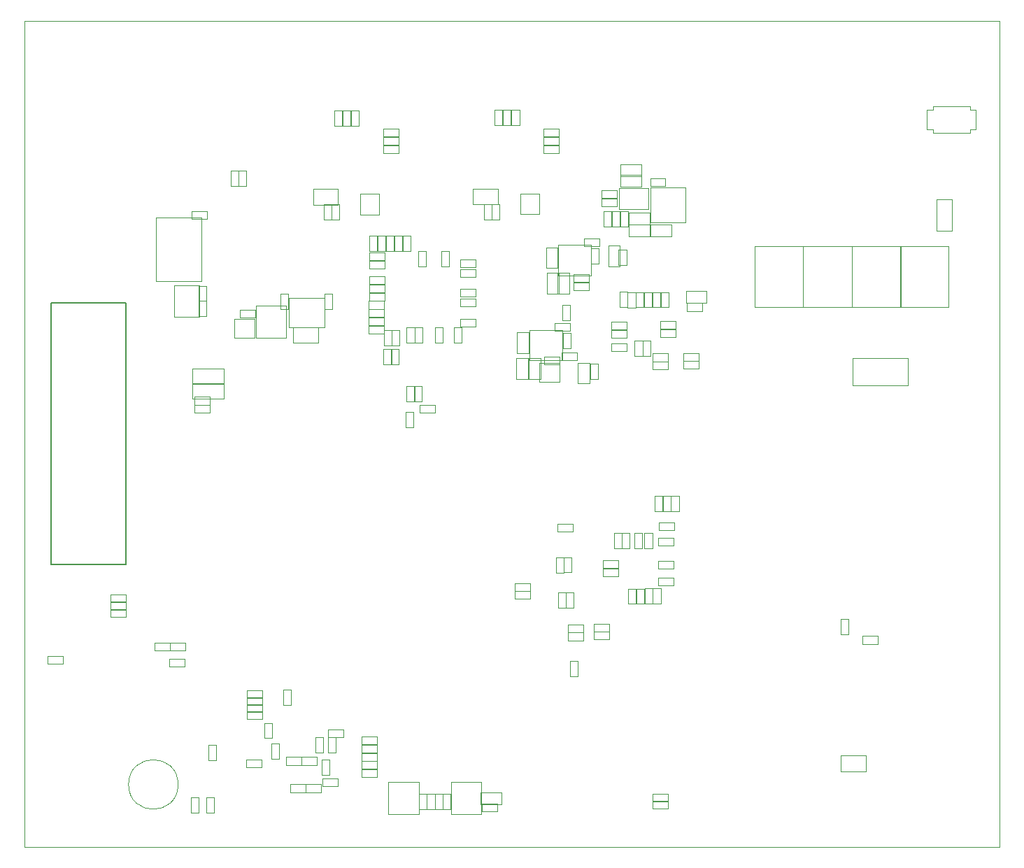
<source format=gbr>
%TF.GenerationSoftware,KiCad,Pcbnew,5.1.9+dfsg1-1*%
%TF.CreationDate,2022-05-16T11:40:41+02:00*%
%TF.ProjectId,kria-k26-devboard,6b726961-2d6b-4323-962d-646576626f61,rev?*%
%TF.SameCoordinates,Original*%
%TF.FileFunction,Other,User*%
%FSLAX46Y46*%
G04 Gerber Fmt 4.6, Leading zero omitted, Abs format (unit mm)*
G04 Created by KiCad (PCBNEW 5.1.9+dfsg1-1) date 2022-05-16 11:40:41 commit 4dd4612*
%MOMM*%
%LPD*%
G01*
G04 APERTURE LIST*
%TA.AperFunction,Profile*%
%ADD10C,0.100000*%
%TD*%
%ADD11C,0.050000*%
%ADD12C,0.120000*%
%ADD13C,0.100000*%
%ADD14C,0.150000*%
G04 APERTURE END LIST*
D10*
X74000000Y-152000000D02*
X74000000Y-52000000D01*
X74000000Y-52000000D02*
X192000000Y-52000000D01*
X192000000Y-52000000D02*
X192000000Y-152000000D01*
X192000000Y-152000000D02*
X74000000Y-152000000D01*
D11*
%TO.C,R154*%
X180880000Y-92800000D02*
X174220000Y-92800000D01*
X180880000Y-96100000D02*
X180880000Y-92800000D01*
X174220000Y-96100000D02*
X180880000Y-96100000D01*
X174220000Y-92800000D02*
X174220000Y-96100000D01*
%TO.C,R117*%
X184370000Y-77400000D02*
X186230000Y-77400000D01*
X184370000Y-73600000D02*
X186230000Y-73600000D01*
X186230000Y-77400000D02*
X186230000Y-73600000D01*
X184370000Y-77400000D02*
X184370000Y-73600000D01*
%TO.C,C185*%
X146265000Y-72110000D02*
X146125000Y-72110000D01*
X146265000Y-70690000D02*
X146125000Y-70690000D01*
X148485000Y-70690000D02*
X148625000Y-70690000D01*
X148485000Y-72110000D02*
X148625000Y-72110000D01*
X148485000Y-70690000D02*
X146265000Y-70690000D01*
X146125000Y-70690000D02*
X146125000Y-72110000D01*
X146265000Y-72110000D02*
X148485000Y-72110000D01*
X148625000Y-72110000D02*
X148625000Y-70690000D01*
D12*
%TO.C,U47*%
X149475000Y-74830000D02*
X149475000Y-72237000D01*
X149475000Y-74830000D02*
X145885000Y-74830000D01*
X145885000Y-74820000D02*
X145885000Y-72237000D01*
X145885000Y-72237000D02*
X149475000Y-72237000D01*
D11*
%TO.C,R123*%
X147033351Y-76924239D02*
X147033351Y-75064239D01*
X146093351Y-76924239D02*
X147033351Y-76924239D01*
X146093351Y-75064239D02*
X146093351Y-76924239D01*
X147033351Y-75064239D02*
X146093351Y-75064239D01*
%TO.C,R122*%
X145093352Y-75064239D02*
X145093352Y-76924239D01*
X146033352Y-75064239D02*
X145093352Y-75064239D01*
X146033352Y-76924239D02*
X146033352Y-75064239D01*
X145093352Y-76924239D02*
X146033352Y-76924239D01*
%TO.C,C187*%
X143795000Y-73470000D02*
X145655000Y-73470000D01*
X143795000Y-72530000D02*
X143795000Y-73470000D01*
X145655000Y-72530000D02*
X143795000Y-72530000D01*
X145655000Y-73470000D02*
X145655000Y-72530000D01*
%TO.C,C195*%
X152135000Y-76690000D02*
X152275000Y-76690000D01*
X152135000Y-78110000D02*
X152275000Y-78110000D01*
X149915000Y-78110000D02*
X149775000Y-78110000D01*
X149915000Y-76690000D02*
X149775000Y-76690000D01*
X149915000Y-78110000D02*
X152135000Y-78110000D01*
X152275000Y-78110000D02*
X152275000Y-76690000D01*
X152135000Y-76690000D02*
X149915000Y-76690000D01*
X149775000Y-76690000D02*
X149775000Y-78110000D01*
%TO.C,C199*%
X147265000Y-76660000D02*
X147125000Y-76660000D01*
X147265000Y-75240000D02*
X147125000Y-75240000D01*
X149485000Y-75240000D02*
X149625000Y-75240000D01*
X149485000Y-76660000D02*
X149625000Y-76660000D01*
X149485000Y-75240000D02*
X147265000Y-75240000D01*
X147125000Y-75240000D02*
X147125000Y-76660000D01*
X147265000Y-76660000D02*
X149485000Y-76660000D01*
X149625000Y-76660000D02*
X149625000Y-75240000D01*
%TO.C,C197*%
X147265000Y-78110000D02*
X147125000Y-78110000D01*
X147265000Y-76690000D02*
X147125000Y-76690000D01*
X149485000Y-76690000D02*
X149625000Y-76690000D01*
X149485000Y-78110000D02*
X149625000Y-78110000D01*
X149485000Y-76690000D02*
X147265000Y-76690000D01*
X147125000Y-76690000D02*
X147125000Y-78110000D01*
X147265000Y-78110000D02*
X149485000Y-78110000D01*
X149625000Y-78110000D02*
X149625000Y-76690000D01*
D13*
%TO.C,L1*%
X149775000Y-76400000D02*
X149775000Y-72200000D01*
X153975000Y-72200000D02*
X153975000Y-76400000D01*
X153975000Y-76400000D02*
X149775000Y-76400000D01*
X149775000Y-72200000D02*
X153975000Y-72200000D01*
D11*
%TO.C,C183*%
X146240000Y-70810000D02*
X146100000Y-70810000D01*
X146240000Y-69390000D02*
X146100000Y-69390000D01*
X148460000Y-69390000D02*
X148600000Y-69390000D01*
X148460000Y-70810000D02*
X148600000Y-70810000D01*
X148460000Y-69390000D02*
X146240000Y-69390000D01*
X146100000Y-69390000D02*
X146100000Y-70810000D01*
X146240000Y-70810000D02*
X148460000Y-70810000D01*
X148600000Y-70810000D02*
X148600000Y-69390000D01*
%TO.C,C193*%
X145033352Y-76924239D02*
X145033352Y-75064239D01*
X144093352Y-76924239D02*
X145033352Y-76924239D01*
X144093352Y-75064239D02*
X144093352Y-76924239D01*
X145033352Y-75064239D02*
X144093352Y-75064239D01*
%TO.C,C191*%
X149695000Y-72020000D02*
X151555000Y-72020000D01*
X149695000Y-71080000D02*
X149695000Y-72020000D01*
X151555000Y-71080000D02*
X149695000Y-71080000D01*
X151555000Y-72020000D02*
X151555000Y-71080000D01*
%TO.C,C189*%
X143795000Y-74470000D02*
X145655000Y-74470000D01*
X143795000Y-73530000D02*
X143795000Y-74470000D01*
X145655000Y-73530000D02*
X143795000Y-73530000D01*
X145655000Y-74470000D02*
X145655000Y-73530000D01*
%TO.C,R119*%
X172755000Y-124420000D02*
X172755000Y-126280000D01*
X173695000Y-124420000D02*
X172755000Y-124420000D01*
X173695000Y-126280000D02*
X173695000Y-124420000D01*
X172755000Y-126280000D02*
X173695000Y-126280000D01*
%TO.C,R120*%
X175360000Y-127420000D02*
X177220000Y-127420000D01*
X175360000Y-126480000D02*
X175360000Y-127420000D01*
X177220000Y-126480000D02*
X175360000Y-126480000D01*
X177220000Y-127420000D02*
X177220000Y-126480000D01*
%TO.C,R127*%
X139080000Y-86420000D02*
X139080000Y-88280000D01*
X140020000Y-86420000D02*
X139080000Y-86420000D01*
X140020000Y-88280000D02*
X140020000Y-86420000D01*
X139080000Y-88280000D02*
X140020000Y-88280000D01*
%TO.C,R37*%
X103970000Y-138845000D02*
X103970000Y-136985000D01*
X103030000Y-138845000D02*
X103970000Y-138845000D01*
X103030000Y-136985000D02*
X103030000Y-138845000D01*
X103970000Y-136985000D02*
X103030000Y-136985000D01*
%TO.C,U14*%
X172800000Y-142850000D02*
X175800000Y-142850000D01*
X172800000Y-140950000D02*
X172800000Y-142850000D01*
X175800000Y-140950000D02*
X172800000Y-140950000D01*
X175800000Y-142850000D02*
X175800000Y-140950000D01*
%TO.C,U28*%
X111900000Y-72350000D02*
X108900000Y-72350000D01*
X111900000Y-74250000D02*
X111900000Y-72350000D01*
X108900000Y-74250000D02*
X111900000Y-74250000D01*
X108900000Y-72350000D02*
X108900000Y-74250000D01*
%TO.C,U22*%
X131250000Y-72300000D02*
X128250000Y-72300000D01*
X131250000Y-74200000D02*
X131250000Y-72300000D01*
X128250000Y-74200000D02*
X131250000Y-74200000D01*
X128250000Y-72300000D02*
X128250000Y-74200000D01*
%TO.C,C92*%
X156030000Y-86180000D02*
X154170000Y-86180000D01*
X156030000Y-87120000D02*
X156030000Y-86180000D01*
X154170000Y-87120000D02*
X156030000Y-87120000D01*
X154170000Y-86180000D02*
X154170000Y-87120000D01*
%TO.C,C102*%
X147920000Y-86695000D02*
X147920000Y-84835000D01*
X146980000Y-86695000D02*
X147920000Y-86695000D01*
X146980000Y-84835000D02*
X146980000Y-86695000D01*
X147920000Y-84835000D02*
X146980000Y-84835000D01*
%TO.C,C79*%
X112090000Y-74208000D02*
X111150000Y-74208000D01*
X111150000Y-74208000D02*
X111150000Y-76068000D01*
X111150000Y-76068000D02*
X112090000Y-76068000D01*
X112090000Y-76068000D02*
X112090000Y-74208000D01*
%TO.C,C78*%
X111145000Y-76063000D02*
X111145000Y-74203000D01*
X110205000Y-76063000D02*
X111145000Y-76063000D01*
X110205000Y-74203000D02*
X110205000Y-76063000D01*
X111145000Y-74203000D02*
X110205000Y-74203000D01*
%TO.C,D25*%
X188422900Y-65156500D02*
X189130900Y-65156500D01*
X188422900Y-65550200D02*
X188422900Y-65156500D01*
X183927100Y-65550200D02*
X188422900Y-65550200D01*
X183927100Y-65156500D02*
X183927100Y-65550200D01*
X183219100Y-65156500D02*
X183927100Y-65156500D01*
X183219100Y-62743500D02*
X183219100Y-65156500D01*
X183927100Y-62743500D02*
X183219100Y-62743500D01*
X183927100Y-62349800D02*
X183927100Y-62743500D01*
X188422900Y-62349800D02*
X183927100Y-62349800D01*
X188422900Y-62743500D02*
X188422900Y-62349800D01*
X189130900Y-62743500D02*
X188422900Y-62743500D01*
X189130900Y-65156500D02*
X189130900Y-62743500D01*
X183927100Y-65550200D02*
X188422900Y-65550200D01*
X183927100Y-65156500D02*
X183927100Y-65550200D01*
X183927100Y-62349800D02*
X183927100Y-62743500D01*
X188422900Y-62349800D02*
X183927100Y-62349800D01*
X188422900Y-62743500D02*
X188422900Y-62349800D01*
X188422900Y-65550200D02*
X188422900Y-65156500D01*
X188422900Y-65156500D02*
X189130900Y-65156500D01*
X183219100Y-65156500D02*
X183927100Y-65156500D01*
X183219100Y-62743500D02*
X183219100Y-65156500D01*
X183927100Y-62743500D02*
X183219100Y-62743500D01*
X189130900Y-62743500D02*
X188422900Y-62743500D01*
X189130900Y-65156500D02*
X189130900Y-62743500D01*
%TO.C,C179*%
X174125000Y-79250000D02*
X174125000Y-86650000D01*
X180025000Y-79250000D02*
X174125000Y-79250000D01*
X180025000Y-86650000D02*
X180025000Y-79250000D01*
X174125000Y-86650000D02*
X180025000Y-86650000D01*
%TO.C,C178*%
X179925000Y-79250000D02*
X179925000Y-86650000D01*
X185825000Y-79250000D02*
X179925000Y-79250000D01*
X185825000Y-86650000D02*
X185825000Y-79250000D01*
X179925000Y-86650000D02*
X185825000Y-86650000D01*
%TO.C,C177*%
X168225000Y-79250000D02*
X168225000Y-86650000D01*
X174125000Y-79250000D02*
X168225000Y-79250000D01*
X174125000Y-86650000D02*
X174125000Y-79250000D01*
X168225000Y-86650000D02*
X174125000Y-86650000D01*
%TO.C,C176*%
X162325000Y-79250000D02*
X162325000Y-86650000D01*
X168225000Y-79250000D02*
X162325000Y-79250000D01*
X168225000Y-86650000D02*
X168225000Y-79250000D01*
X162325000Y-86650000D02*
X168225000Y-86650000D01*
D14*
%TO.C,J3*%
X77200000Y-86150000D02*
X86200000Y-86150000D01*
X86200000Y-86150000D02*
X86200000Y-117850000D01*
X86200000Y-117850000D02*
X77200000Y-117850000D01*
X77200000Y-117850000D02*
X77200000Y-86150000D01*
D11*
%TO.C,R62*%
X126720000Y-85350000D02*
X128580000Y-85350000D01*
X126720000Y-84410000D02*
X126720000Y-85350000D01*
X128580000Y-84410000D02*
X126720000Y-84410000D01*
X128580000Y-85350000D02*
X128580000Y-84410000D01*
%TO.C,R2*%
X100770000Y-72030000D02*
X100770000Y-70170000D01*
X99830000Y-72030000D02*
X100770000Y-72030000D01*
X99830000Y-70170000D02*
X99830000Y-72030000D01*
X100770000Y-70170000D02*
X99830000Y-70170000D01*
%TO.C,R1*%
X151859289Y-146417868D02*
X149999289Y-146417868D01*
X151859289Y-147357868D02*
X151859289Y-146417868D01*
X149999289Y-147357868D02*
X151859289Y-147357868D01*
X149999289Y-146417868D02*
X149999289Y-147357868D01*
%TO.C,C2*%
X99870000Y-72030000D02*
X99870000Y-70170000D01*
X98930000Y-72030000D02*
X99870000Y-72030000D01*
X98930000Y-70170000D02*
X98930000Y-72030000D01*
X99870000Y-70170000D02*
X98930000Y-70170000D01*
%TO.C,C1*%
X151859289Y-145567867D02*
X149999289Y-145567867D01*
X151859289Y-146507867D02*
X151859289Y-145567867D01*
X149999289Y-146507867D02*
X151859289Y-146507867D01*
X149999289Y-145567867D02*
X149999289Y-146507867D01*
%TO.C,C91*%
X144625965Y-79360911D02*
X144625965Y-79220911D01*
X146045965Y-79360911D02*
X146045965Y-79220911D01*
X146045965Y-81580911D02*
X146045965Y-81720911D01*
X144625965Y-81580911D02*
X144625965Y-81720911D01*
X146045965Y-81580911D02*
X146045965Y-79360911D01*
X146045965Y-79220911D02*
X144625965Y-79220911D01*
X144625965Y-79360911D02*
X144625965Y-81580911D01*
X144625965Y-81720911D02*
X146045965Y-81720911D01*
%TO.C,C93*%
X145880000Y-79695000D02*
X145880000Y-81555000D01*
X146820000Y-79695000D02*
X145880000Y-79695000D01*
X146820000Y-81555000D02*
X146820000Y-79695000D01*
X145880000Y-81555000D02*
X146820000Y-81555000D01*
%TO.C,C94*%
X146825911Y-88430000D02*
X144965911Y-88430000D01*
X146825911Y-89370000D02*
X146825911Y-88430000D01*
X144965911Y-89370000D02*
X146825911Y-89370000D01*
X144965911Y-88430000D02*
X144965911Y-89370000D01*
%TO.C,C95*%
X147830000Y-90684035D02*
X147830000Y-92544035D01*
X148770000Y-90684035D02*
X147830000Y-90684035D01*
X148770000Y-92544035D02*
X148770000Y-90684035D01*
X147830000Y-92544035D02*
X148770000Y-92544035D01*
%TO.C,C96*%
X150920000Y-90270000D02*
X152780000Y-90270000D01*
X150920000Y-89330000D02*
X150920000Y-90270000D01*
X152780000Y-89330000D02*
X150920000Y-89330000D01*
X152780000Y-90270000D02*
X152780000Y-89330000D01*
%TO.C,C97*%
X146920000Y-86680000D02*
X146920000Y-84820000D01*
X145980000Y-86680000D02*
X146920000Y-86680000D01*
X145980000Y-84820000D02*
X145980000Y-86680000D01*
X146920000Y-84820000D02*
X145980000Y-84820000D01*
%TO.C,C98*%
X150920000Y-86692385D02*
X150920000Y-84832385D01*
X149980000Y-86692385D02*
X150920000Y-86692385D01*
X149980000Y-84832385D02*
X149980000Y-86692385D01*
X150920000Y-84832385D02*
X149980000Y-84832385D01*
%TO.C,C99*%
X146818373Y-89430000D02*
X144958373Y-89430000D01*
X146818373Y-90370000D02*
X146818373Y-89430000D01*
X144958373Y-90370000D02*
X146818373Y-90370000D01*
X144958373Y-89430000D02*
X144958373Y-90370000D01*
%TO.C,C103*%
X151920000Y-86692385D02*
X151920000Y-84832385D01*
X150980000Y-86692385D02*
X151920000Y-86692385D01*
X150980000Y-84832385D02*
X150980000Y-86692385D01*
X151920000Y-84832385D02*
X150980000Y-84832385D01*
%TO.C,C105*%
X149920000Y-86692385D02*
X149920000Y-84832385D01*
X148980000Y-86692385D02*
X149920000Y-86692385D01*
X148980000Y-84832385D02*
X148980000Y-86692385D01*
X149920000Y-84832385D02*
X148980000Y-84832385D01*
%TO.C,C109*%
X148920000Y-86692385D02*
X148920000Y-84832385D01*
X147980000Y-86692385D02*
X148920000Y-86692385D01*
X147980000Y-84832385D02*
X147980000Y-86692385D01*
X148920000Y-84832385D02*
X147980000Y-84832385D01*
%TO.C,C110*%
X146875910Y-91044035D02*
X145015910Y-91044035D01*
X146875910Y-91984035D02*
X146875910Y-91044035D01*
X145015910Y-91984035D02*
X146875910Y-91984035D01*
X145015910Y-91044035D02*
X145015910Y-91984035D01*
%TO.C,C111*%
X148775911Y-90684035D02*
X148775911Y-92544035D01*
X149715911Y-90684035D02*
X148775911Y-90684035D01*
X149715911Y-92544035D02*
X149715911Y-90684035D01*
X148775911Y-92544035D02*
X149715911Y-92544035D01*
%TO.C,C112*%
X150915911Y-89284035D02*
X152775911Y-89284035D01*
X150915911Y-88344035D02*
X150915911Y-89284035D01*
X152775911Y-88344035D02*
X150915911Y-88344035D01*
X152775911Y-89284035D02*
X152775911Y-88344035D01*
%TO.C,C113*%
X143359035Y-95334089D02*
X143359035Y-93474089D01*
X142419035Y-95334089D02*
X143359035Y-95334089D01*
X142419035Y-93474089D02*
X142419035Y-95334089D01*
X143359035Y-93474089D02*
X142419035Y-93474089D01*
%TO.C,C114*%
X142364035Y-95779089D02*
X142364035Y-95919089D01*
X140944035Y-95779089D02*
X140944035Y-95919089D01*
X140944035Y-93559089D02*
X140944035Y-93419089D01*
X142364035Y-93559089D02*
X142364035Y-93419089D01*
X140944035Y-93559089D02*
X140944035Y-95779089D01*
X140944035Y-95919089D02*
X142364035Y-95919089D01*
X142364035Y-95779089D02*
X142364035Y-93559089D01*
X142364035Y-93419089D02*
X140944035Y-93419089D01*
%TO.C,C202*%
X138510000Y-81785001D02*
X138510000Y-81925001D01*
X137090000Y-81785001D02*
X137090000Y-81925001D01*
X137090000Y-79565001D02*
X137090000Y-79425001D01*
X138510000Y-79565001D02*
X138510000Y-79425001D01*
X137090000Y-79565001D02*
X137090000Y-81785001D01*
X137090000Y-81925001D02*
X138510000Y-81925001D01*
X138510000Y-81785001D02*
X138510000Y-79565001D01*
X138510000Y-79425001D02*
X137090000Y-79425001D01*
%TO.C,C207*%
X142245000Y-82670000D02*
X140385000Y-82670000D01*
X142245000Y-83610000D02*
X142245000Y-82670000D01*
X140385000Y-83610000D02*
X142245000Y-83610000D01*
X140385000Y-82670000D02*
X140385000Y-83610000D01*
%TO.C,C212*%
X138610000Y-84860000D02*
X138610000Y-85000000D01*
X137190000Y-84860000D02*
X137190000Y-85000000D01*
X137190000Y-82640000D02*
X137190000Y-82500000D01*
X138610000Y-82640000D02*
X138610000Y-82500000D01*
X137190000Y-82640000D02*
X137190000Y-84860000D01*
X137190000Y-85000000D02*
X138610000Y-85000000D01*
X138610000Y-84860000D02*
X138610000Y-82640000D01*
X138610000Y-82500000D02*
X137190000Y-82500000D01*
%TO.C,C44*%
X126730000Y-86590000D02*
X128590000Y-86590000D01*
X126730000Y-85650000D02*
X126730000Y-86590000D01*
X128590000Y-85650000D02*
X126730000Y-85650000D01*
X128590000Y-86590000D02*
X128590000Y-85650000D01*
%TO.C,C50*%
X120670000Y-79875000D02*
X120670000Y-78015000D01*
X119730000Y-79875000D02*
X120670000Y-79875000D01*
X119730000Y-78015000D02*
X119730000Y-79875000D01*
X120670000Y-78015000D02*
X119730000Y-78015000D01*
%TO.C,C48*%
X126736942Y-82994862D02*
X128596942Y-82994862D01*
X126736942Y-82054862D02*
X126736942Y-82994862D01*
X128596942Y-82054862D02*
X126736942Y-82054862D01*
X128596942Y-82994862D02*
X128596942Y-82054862D01*
%TO.C,C58*%
X117586942Y-80030000D02*
X115726942Y-80030000D01*
X117586942Y-80970000D02*
X117586942Y-80030000D01*
X115726942Y-80970000D02*
X117586942Y-80970000D01*
X115726942Y-80030000D02*
X115726942Y-80970000D01*
%TO.C,C60*%
X125376941Y-81730000D02*
X125376941Y-79870000D01*
X124436941Y-81730000D02*
X125376941Y-81730000D01*
X124436941Y-79870000D02*
X124436941Y-81730000D01*
X125376941Y-79870000D02*
X124436941Y-79870000D01*
%TO.C,C62*%
X117536942Y-82930000D02*
X115676942Y-82930000D01*
X117536942Y-83870000D02*
X117536942Y-82930000D01*
X115676942Y-83870000D02*
X117536942Y-83870000D01*
X115676942Y-82930000D02*
X115676942Y-83870000D01*
%TO.C,C41*%
X122595000Y-81730000D02*
X122595000Y-79870000D01*
X121655000Y-81730000D02*
X122595000Y-81730000D01*
X121655000Y-79870000D02*
X121655000Y-81730000D01*
X122595000Y-79870000D02*
X121655000Y-79870000D01*
%TO.C,C45*%
X117586942Y-81030000D02*
X115726942Y-81030000D01*
X117586942Y-81970000D02*
X117586942Y-81030000D01*
X115726942Y-81970000D02*
X117586942Y-81970000D01*
X115726942Y-81030000D02*
X115726942Y-81970000D01*
%TO.C,C49*%
X117480000Y-89420000D02*
X117480000Y-91280000D01*
X118420000Y-89420000D02*
X117480000Y-89420000D01*
X118420000Y-91280000D02*
X118420000Y-89420000D01*
X117480000Y-91280000D02*
X118420000Y-91280000D01*
%TO.C,C57*%
X120230000Y-89070000D02*
X120230000Y-90930000D01*
X121170000Y-89070000D02*
X120230000Y-89070000D01*
X121170000Y-90930000D02*
X121170000Y-89070000D01*
X120230000Y-90930000D02*
X121170000Y-90930000D01*
%TO.C,C80*%
X120130000Y-99358999D02*
X120130000Y-101218999D01*
X121070000Y-99358999D02*
X120130000Y-99358999D01*
X121070000Y-101218999D02*
X121070000Y-99358999D01*
X120130000Y-101218999D02*
X121070000Y-101218999D01*
%TO.C,C83*%
X121819000Y-99474000D02*
X123679000Y-99474000D01*
X121819000Y-98534000D02*
X121819000Y-99474000D01*
X123679000Y-98534000D02*
X121819000Y-98534000D01*
X123679000Y-99474000D02*
X123679000Y-98534000D01*
%TO.C,C86*%
X121169000Y-98074000D02*
X121169000Y-96214000D01*
X120229000Y-98074000D02*
X121169000Y-98074000D01*
X120229000Y-96214000D02*
X120229000Y-98074000D01*
X121169000Y-96214000D02*
X120229000Y-96214000D01*
%TO.C,C89*%
X122069000Y-98084000D02*
X122069000Y-96224000D01*
X121129000Y-98084000D02*
X122069000Y-98084000D01*
X121129000Y-96224000D02*
X121129000Y-98084000D01*
X122069000Y-96224000D02*
X121129000Y-96224000D01*
%TO.C,C66*%
X130495000Y-76035000D02*
X130495000Y-74175000D01*
X129555000Y-76035000D02*
X130495000Y-76035000D01*
X129555000Y-74175000D02*
X129555000Y-76035000D01*
X130495000Y-74175000D02*
X129555000Y-74175000D01*
%TO.C,C67*%
X131445000Y-76035000D02*
X131445000Y-74175000D01*
X130505000Y-76035000D02*
X131445000Y-76035000D01*
X130505000Y-74175000D02*
X130505000Y-76035000D01*
X131445000Y-74175000D02*
X130505000Y-74175000D01*
%TO.C,C233*%
X135155000Y-121030000D02*
X133295000Y-121030000D01*
X135155000Y-121970000D02*
X135155000Y-121030000D01*
X133295000Y-121970000D02*
X135155000Y-121970000D01*
X133295000Y-121030000D02*
X133295000Y-121970000D01*
%TO.C,C234*%
X135155000Y-120080000D02*
X133295000Y-120080000D01*
X135155000Y-121020000D02*
X135155000Y-120080000D01*
X133295000Y-121020000D02*
X135155000Y-121020000D01*
X133295000Y-120080000D02*
X133295000Y-121020000D01*
%TO.C,C3*%
X95030000Y-85870000D02*
X95030000Y-87730000D01*
X95970000Y-85870000D02*
X95030000Y-85870000D01*
X95970000Y-87730000D02*
X95970000Y-85870000D01*
X95030000Y-87730000D02*
X95970000Y-87730000D01*
%TO.C,C4*%
X95030000Y-84070000D02*
X95030000Y-85930000D01*
X95970000Y-84070000D02*
X95030000Y-84070000D01*
X95970000Y-85930000D02*
X95970000Y-84070000D01*
X95030000Y-85930000D02*
X95970000Y-85930000D01*
%TO.C,C5*%
X96030000Y-75030000D02*
X94170000Y-75030000D01*
X96030000Y-75970000D02*
X96030000Y-75030000D01*
X94170000Y-75970000D02*
X96030000Y-75970000D01*
X94170000Y-75030000D02*
X94170000Y-75970000D01*
%TO.C,C119*%
X94300000Y-94070000D02*
X98100000Y-94070000D01*
X94300000Y-95930000D02*
X98100000Y-95930000D01*
X98100000Y-94070000D02*
X98100000Y-95930000D01*
X94300000Y-94070000D02*
X94300000Y-95930000D01*
%TO.C,C120*%
X94315000Y-95855000D02*
X98115000Y-95855000D01*
X94315000Y-97715000D02*
X98115000Y-97715000D01*
X98115000Y-95855000D02*
X98115000Y-97715000D01*
X94315000Y-95855000D02*
X94315000Y-97715000D01*
%TO.C,C121*%
X96430000Y-98530000D02*
X94570000Y-98530000D01*
X96430000Y-99470000D02*
X96430000Y-98530000D01*
X94570000Y-99470000D02*
X96430000Y-99470000D01*
X94570000Y-98530000D02*
X94570000Y-99470000D01*
%TO.C,C122*%
X96430000Y-97530000D02*
X94570000Y-97530000D01*
X96430000Y-98470000D02*
X96430000Y-97530000D01*
X94570000Y-98470000D02*
X96430000Y-98470000D01*
X94570000Y-97530000D02*
X94570000Y-98470000D01*
%TO.C,C129*%
X93430000Y-127305000D02*
X91570000Y-127305000D01*
X93430000Y-128245000D02*
X93430000Y-127305000D01*
X91570000Y-128245000D02*
X93430000Y-128245000D01*
X91570000Y-127305000D02*
X91570000Y-128245000D01*
%TO.C,C19*%
X131180000Y-146730000D02*
X129320000Y-146730000D01*
X131180000Y-147670000D02*
X131180000Y-146730000D01*
X129320000Y-147670000D02*
X131180000Y-147670000D01*
X129320000Y-146730000D02*
X129320000Y-147670000D01*
%TO.C,C20*%
X131560000Y-145440000D02*
X131700000Y-145440000D01*
X131560000Y-146860000D02*
X131700000Y-146860000D01*
X129340000Y-146860000D02*
X129200000Y-146860000D01*
X129340000Y-145440000D02*
X129200000Y-145440000D01*
X129340000Y-146860000D02*
X131560000Y-146860000D01*
X131700000Y-146860000D02*
X131700000Y-145440000D01*
X131560000Y-145440000D02*
X129340000Y-145440000D01*
X129200000Y-145440000D02*
X129200000Y-146860000D01*
%TO.C,C17*%
X124570000Y-147465000D02*
X124570000Y-145605000D01*
X123630000Y-147465000D02*
X124570000Y-147465000D01*
X123630000Y-145605000D02*
X123630000Y-147465000D01*
X124570000Y-145605000D02*
X123630000Y-145605000D01*
%TO.C,C18*%
X124580000Y-145620000D02*
X124580000Y-147480000D01*
X125520000Y-145620000D02*
X124580000Y-145620000D01*
X125520000Y-147480000D02*
X125520000Y-145620000D01*
X124580000Y-147480000D02*
X125520000Y-147480000D01*
%TO.C,C134*%
X105655000Y-142070000D02*
X107515000Y-142070000D01*
X105655000Y-141130000D02*
X105655000Y-142070000D01*
X107515000Y-141130000D02*
X105655000Y-141130000D01*
X107515000Y-142070000D02*
X107515000Y-141130000D01*
%TO.C,C131*%
X102680000Y-141430000D02*
X100820000Y-141430000D01*
X102680000Y-142370000D02*
X102680000Y-141430000D01*
X100820000Y-142370000D02*
X102680000Y-142370000D01*
X100820000Y-141430000D02*
X100820000Y-142370000D01*
%TO.C,C130*%
X97195000Y-141505001D02*
X97195000Y-139645001D01*
X96255000Y-141505001D02*
X97195000Y-141505001D01*
X96255000Y-139645001D02*
X96255000Y-141505001D01*
X97195000Y-139645001D02*
X96255000Y-139645001D01*
%TO.C,C135*%
X95980000Y-146020000D02*
X95980000Y-147880000D01*
X96920000Y-146020000D02*
X95980000Y-146020000D01*
X96920000Y-147880000D02*
X96920000Y-146020000D01*
X95980000Y-147880000D02*
X96920000Y-147880000D01*
%TO.C,C136*%
X109380000Y-141130000D02*
X107520000Y-141130000D01*
X109380000Y-142070000D02*
X109380000Y-141130000D01*
X107520000Y-142070000D02*
X109380000Y-142070000D01*
X107520000Y-141130000D02*
X107520000Y-142070000D01*
%TO.C,C132*%
X103880000Y-139495000D02*
X103880000Y-141355000D01*
X104820000Y-139495000D02*
X103880000Y-139495000D01*
X104820000Y-141355000D02*
X104820000Y-139495000D01*
X103880000Y-141355000D02*
X104820000Y-141355000D01*
%TO.C,C140*%
X143950000Y-119270000D02*
X145810000Y-119270000D01*
X143950000Y-118330000D02*
X143950000Y-119270000D01*
X145810000Y-118330000D02*
X143950000Y-118330000D01*
X145810000Y-119270000D02*
X145810000Y-118330000D01*
%TO.C,C142*%
X148970000Y-122590000D02*
X148970000Y-120730000D01*
X148030000Y-122590000D02*
X148970000Y-122590000D01*
X148030000Y-120730000D02*
X148030000Y-122590000D01*
X148970000Y-120730000D02*
X148030000Y-120730000D01*
%TO.C,C141*%
X143950000Y-118270000D02*
X145810000Y-118270000D01*
X143950000Y-117330000D02*
X143950000Y-118270000D01*
X145810000Y-117330000D02*
X143950000Y-117330000D01*
X145810000Y-118270000D02*
X145810000Y-117330000D01*
%TO.C,C144*%
X152510000Y-119390000D02*
X150650000Y-119390000D01*
X152510000Y-120330000D02*
X152510000Y-119390000D01*
X150650000Y-120330000D02*
X152510000Y-120330000D01*
X150650000Y-119390000D02*
X150650000Y-120330000D01*
%TO.C,C143*%
X147970000Y-122590000D02*
X147970000Y-120730000D01*
X147030000Y-122590000D02*
X147970000Y-122590000D01*
X147030000Y-120730000D02*
X147030000Y-122590000D01*
X147970000Y-120730000D02*
X147030000Y-120730000D01*
%TO.C,C146*%
X152510000Y-114590000D02*
X150650000Y-114590000D01*
X152510000Y-115530000D02*
X152510000Y-114590000D01*
X150650000Y-115530000D02*
X152510000Y-115530000D01*
X150650000Y-114590000D02*
X150650000Y-115530000D01*
%TO.C,C145*%
X152510000Y-117390000D02*
X150650000Y-117390000D01*
X152510000Y-118330000D02*
X152510000Y-117390000D01*
X150650000Y-118330000D02*
X152510000Y-118330000D01*
X150650000Y-117390000D02*
X150650000Y-118330000D01*
%TO.C,C147*%
X145360000Y-114005000D02*
X145360000Y-115865000D01*
X146300000Y-114005000D02*
X145360000Y-114005000D01*
X146300000Y-115865000D02*
X146300000Y-114005000D01*
X145360000Y-115865000D02*
X146300000Y-115865000D01*
%TO.C,C148*%
X146260000Y-114005000D02*
X146260000Y-115865000D01*
X147200000Y-114005000D02*
X146260000Y-114005000D01*
X147200000Y-115865000D02*
X147200000Y-114005000D01*
X146260000Y-115865000D02*
X147200000Y-115865000D01*
%TO.C,C149*%
X149970000Y-122530000D02*
X149970000Y-120670000D01*
X149030000Y-122530000D02*
X149970000Y-122530000D01*
X149030000Y-120670000D02*
X149030000Y-122530000D01*
X149970000Y-120670000D02*
X149030000Y-120670000D01*
%TO.C,C150*%
X150755000Y-113670000D02*
X152615000Y-113670000D01*
X150755000Y-112730000D02*
X150755000Y-113670000D01*
X152615000Y-112730000D02*
X150755000Y-112730000D01*
X152615000Y-113670000D02*
X152615000Y-112730000D01*
%TO.C,C151*%
X150970000Y-122530000D02*
X150970000Y-120670000D01*
X150030000Y-122530000D02*
X150970000Y-122530000D01*
X150030000Y-120670000D02*
X150030000Y-122530000D01*
X150970000Y-120670000D02*
X150030000Y-120670000D01*
%TO.C,C152*%
X149009999Y-114015000D02*
X149009999Y-115875000D01*
X149949999Y-114015000D02*
X149009999Y-114015000D01*
X149949999Y-115875000D02*
X149949999Y-114015000D01*
X149009999Y-115875000D02*
X149949999Y-115875000D01*
%TO.C,C157*%
X140300389Y-112887609D02*
X138440389Y-112887609D01*
X140300389Y-113827609D02*
X140300389Y-112887609D01*
X138440389Y-113827609D02*
X140300389Y-113827609D01*
X138440389Y-112887609D02*
X138440389Y-113827609D01*
%TO.C,C126*%
X105940000Y-85520000D02*
X105940000Y-89080000D01*
X110260000Y-85520000D02*
X105940000Y-85520000D01*
X110260000Y-89080000D02*
X110260000Y-85520000D01*
X105940000Y-89080000D02*
X110260000Y-89080000D01*
%TO.C,C162*%
X139455000Y-121170000D02*
X139455000Y-123030000D01*
X140395000Y-121170000D02*
X139455000Y-121170000D01*
X140395000Y-123030000D02*
X140395000Y-121170000D01*
X139455000Y-123030000D02*
X140395000Y-123030000D01*
%TO.C,C163*%
X139205000Y-116920000D02*
X139205000Y-118780000D01*
X140145000Y-116920000D02*
X139205000Y-116920000D01*
X140145000Y-118780000D02*
X140145000Y-116920000D01*
X139205000Y-118780000D02*
X140145000Y-118780000D01*
%TO.C,C168*%
X138555000Y-121170000D02*
X138555000Y-123030000D01*
X139495000Y-121170000D02*
X138555000Y-121170000D01*
X139495000Y-123030000D02*
X139495000Y-121170000D01*
X138555000Y-123030000D02*
X139495000Y-123030000D01*
%TO.C,C169*%
X138305000Y-116935000D02*
X138305000Y-118795000D01*
X139245000Y-116935000D02*
X138305000Y-116935000D01*
X139245000Y-118795000D02*
X139245000Y-116935000D01*
X138305000Y-118795000D02*
X139245000Y-118795000D01*
%TO.C,C161*%
X76770000Y-129870000D02*
X78630000Y-129870000D01*
X76770000Y-128930000D02*
X76770000Y-129870000D01*
X78630000Y-128930000D02*
X76770000Y-128930000D01*
X78630000Y-129870000D02*
X78630000Y-128930000D01*
%TO.C,C33*%
X100920000Y-134820000D02*
X102780000Y-134820000D01*
X100920000Y-133880000D02*
X100920000Y-134820000D01*
X102780000Y-133880000D02*
X100920000Y-133880000D01*
X102780000Y-134820000D02*
X102780000Y-133880000D01*
%TO.C,C34*%
X106220000Y-134830000D02*
X106220000Y-132970000D01*
X105280000Y-134830000D02*
X106220000Y-134830000D01*
X105280000Y-132970000D02*
X105280000Y-134830000D01*
X106220000Y-132970000D02*
X105280000Y-132970000D01*
%TO.C,C137*%
X106145000Y-145370000D02*
X108005000Y-145370000D01*
X106145000Y-144430000D02*
X106145000Y-145370000D01*
X108005000Y-144430000D02*
X106145000Y-144430000D01*
X108005000Y-145370000D02*
X108005000Y-144430000D01*
%TO.C,C138*%
X109880000Y-144430000D02*
X108020000Y-144430000D01*
X109880000Y-145370000D02*
X109880000Y-144430000D01*
X108020000Y-145370000D02*
X109880000Y-145370000D01*
X108020000Y-144430000D02*
X108020000Y-145370000D01*
%TO.C,C155*%
X152170000Y-111405000D02*
X152170000Y-109545000D01*
X151230000Y-111405000D02*
X152170000Y-111405000D01*
X151230000Y-109545000D02*
X151230000Y-111405000D01*
X152170000Y-109545000D02*
X151230000Y-109545000D01*
%TO.C,D3*%
X106500000Y-89125000D02*
X106500000Y-90975000D01*
X109500000Y-89125000D02*
X106500000Y-89125000D01*
X109500000Y-90975000D02*
X109500000Y-89125000D01*
X106500000Y-90975000D02*
X109500000Y-90975000D01*
%TO.C,FB1*%
X104980000Y-85070000D02*
X104980000Y-86930000D01*
X105920000Y-85070000D02*
X104980000Y-85070000D01*
X105920000Y-86930000D02*
X105920000Y-85070000D01*
X104980000Y-86930000D02*
X105920000Y-86930000D01*
%TO.C,FB2*%
X110280000Y-85070000D02*
X110280000Y-86930000D01*
X111220000Y-85070000D02*
X110280000Y-85070000D01*
X111220000Y-86930000D02*
X111220000Y-85070000D01*
X110280000Y-86930000D02*
X111220000Y-86930000D01*
%TO.C,Q1*%
X121675000Y-148000000D02*
X121675000Y-144100000D01*
X121675000Y-144100000D02*
X118025000Y-144100000D01*
X118025000Y-148000000D02*
X118025000Y-144100000D01*
X118025000Y-148000000D02*
X121675000Y-148000000D01*
%TO.C,Q2*%
X129275000Y-148000000D02*
X129275000Y-144100000D01*
X129275000Y-144100000D02*
X125625000Y-144100000D01*
X125625000Y-148000000D02*
X125625000Y-144100000D01*
X125625000Y-148000000D02*
X129275000Y-148000000D01*
%TO.C,Q6*%
X105625000Y-90350000D02*
X105625000Y-86450000D01*
X105625000Y-86450000D02*
X101975000Y-86450000D01*
X101975000Y-90350000D02*
X101975000Y-86450000D01*
X101975000Y-90350000D02*
X105625000Y-90350000D01*
%TO.C,R69*%
X153685255Y-94120000D02*
X155545255Y-94120000D01*
X153685255Y-93180000D02*
X153685255Y-94120000D01*
X155545255Y-93180000D02*
X153685255Y-93180000D01*
X155545255Y-94120000D02*
X155545255Y-93180000D01*
%TO.C,R70*%
X155559289Y-92205000D02*
X153699289Y-92205000D01*
X155559289Y-93145000D02*
X155559289Y-92205000D01*
X153699289Y-93145000D02*
X155559289Y-93145000D01*
X153699289Y-92205000D02*
X153699289Y-93145000D01*
%TO.C,R16*%
X123620000Y-147480000D02*
X123620000Y-145620000D01*
X122680000Y-147480000D02*
X123620000Y-147480000D01*
X122680000Y-145620000D02*
X122680000Y-147480000D01*
X123620000Y-145620000D02*
X122680000Y-145620000D01*
%TO.C,R133*%
X142555000Y-79545000D02*
X142555000Y-81405000D01*
X143495000Y-79545000D02*
X142555000Y-79545000D01*
X143495000Y-81405000D02*
X143495000Y-79545000D01*
X142555000Y-81405000D02*
X143495000Y-81405000D01*
%TO.C,R134*%
X141670000Y-79270000D02*
X143530000Y-79270000D01*
X141670000Y-78330000D02*
X141670000Y-79270000D01*
X143530000Y-78330000D02*
X141670000Y-78330000D01*
X143530000Y-79270000D02*
X143530000Y-78330000D01*
%TO.C,R17*%
X122670000Y-147480000D02*
X122670000Y-145620000D01*
X121730000Y-147480000D02*
X122670000Y-147480000D01*
X121730000Y-145620000D02*
X121730000Y-147480000D01*
X122670000Y-145620000D02*
X121730000Y-145620000D01*
%TO.C,R92*%
X111670000Y-140595000D02*
X111670000Y-138735000D01*
X110730000Y-140595000D02*
X111670000Y-140595000D01*
X110730000Y-138735000D02*
X110730000Y-140595000D01*
X111670000Y-138735000D02*
X110730000Y-138735000D01*
%TO.C,R94*%
X112580000Y-137780000D02*
X110720000Y-137780000D01*
X112580000Y-138720000D02*
X112580000Y-137780000D01*
X110720000Y-138720000D02*
X112580000Y-138720000D01*
X110720000Y-137780000D02*
X110720000Y-138720000D01*
%TO.C,R102*%
X147780000Y-114015000D02*
X147780000Y-115875000D01*
X148720000Y-114015000D02*
X147780000Y-114015000D01*
X148720000Y-115875000D02*
X148720000Y-114015000D01*
X147780000Y-115875000D02*
X148720000Y-115875000D01*
%TO.C,R67*%
X149955000Y-93220000D02*
X151815000Y-93220000D01*
X149955000Y-92280000D02*
X149955000Y-93220000D01*
X151815000Y-92280000D02*
X149955000Y-92280000D01*
X151815000Y-93220000D02*
X151815000Y-92280000D01*
%TO.C,R68*%
X151830000Y-93230000D02*
X149970000Y-93230000D01*
X151830000Y-94170000D02*
X151830000Y-93230000D01*
X149970000Y-94170000D02*
X151830000Y-94170000D01*
X149970000Y-93230000D02*
X149970000Y-94170000D01*
%TO.C,R89*%
X110120000Y-140595000D02*
X110120000Y-138735000D01*
X109180000Y-140595000D02*
X110120000Y-140595000D01*
X109180000Y-138735000D02*
X109180000Y-140595000D01*
X110120000Y-138735000D02*
X109180000Y-138735000D01*
%TO.C,R87*%
X109930000Y-141470000D02*
X109930000Y-143330000D01*
X110870000Y-141470000D02*
X109930000Y-141470000D01*
X110870000Y-143330000D02*
X110870000Y-141470000D01*
X109930000Y-143330000D02*
X110870000Y-143330000D01*
%TO.C,R83*%
X100070000Y-87920000D02*
X101930000Y-87920000D01*
X100070000Y-86980000D02*
X100070000Y-87920000D01*
X101930000Y-86980000D02*
X100070000Y-86980000D01*
X101930000Y-87920000D02*
X101930000Y-86980000D01*
%TO.C,R33*%
X102780000Y-133030000D02*
X100920000Y-133030000D01*
X102780000Y-133970000D02*
X102780000Y-133030000D01*
X100920000Y-133970000D02*
X102780000Y-133970000D01*
X100920000Y-133030000D02*
X100920000Y-133970000D01*
%TO.C,R34*%
X102780000Y-134730000D02*
X100920000Y-134730000D01*
X102780000Y-135670000D02*
X102780000Y-134730000D01*
X100920000Y-135670000D02*
X102780000Y-135670000D01*
X100920000Y-134730000D02*
X100920000Y-135670000D01*
%TO.C,R35*%
X102780000Y-135580000D02*
X100920000Y-135580000D01*
X102780000Y-136520000D02*
X102780000Y-135580000D01*
X100920000Y-136520000D02*
X102780000Y-136520000D01*
X100920000Y-135580000D02*
X100920000Y-136520000D01*
%TO.C,R86*%
X95045000Y-147890000D02*
X95045000Y-146030000D01*
X94105000Y-147890000D02*
X95045000Y-147890000D01*
X94105000Y-146030000D02*
X94105000Y-147890000D01*
X95045000Y-146030000D02*
X94105000Y-146030000D01*
%TO.C,R88*%
X110020000Y-144670000D02*
X111880000Y-144670000D01*
X110020000Y-143730000D02*
X110020000Y-144670000D01*
X111880000Y-143730000D02*
X110020000Y-143730000D01*
X111880000Y-144670000D02*
X111880000Y-143730000D01*
%TO.C,R128*%
X140385000Y-84660000D02*
X142245000Y-84660000D01*
X140385000Y-83720000D02*
X140385000Y-84660000D01*
X142245000Y-83720000D02*
X140385000Y-83720000D01*
X142245000Y-84660000D02*
X142245000Y-83720000D01*
%TO.C,SP1*%
X92556999Y-144443500D02*
G75*
G03*
X92556999Y-144443500I-3000000J0D01*
G01*
%TO.C,U50*%
X138524999Y-82800001D02*
X138524999Y-79150001D01*
X142524999Y-82800001D02*
X138524999Y-82800001D01*
X142524999Y-79150001D02*
X142524999Y-82800001D01*
X142524999Y-79150001D02*
X138524999Y-79150001D01*
%TO.C,U2*%
X95350000Y-83550000D02*
X89850000Y-83550000D01*
X89850000Y-83550000D02*
X89850000Y-75850000D01*
X89850000Y-75850000D02*
X95350000Y-75850000D01*
X95350000Y-75850000D02*
X95350000Y-83550000D01*
%TO.C,U27*%
X114570000Y-72960000D02*
X114570000Y-75460000D01*
X114570000Y-75460000D02*
X116870000Y-75460000D01*
X116870000Y-75460000D02*
X116870000Y-72960000D01*
X116870000Y-72960000D02*
X114570000Y-72960000D01*
%TO.C,U20*%
X133953449Y-72921573D02*
X133953449Y-75421573D01*
X133953449Y-75421573D02*
X136253449Y-75421573D01*
X136253449Y-75421573D02*
X136253449Y-72921573D01*
X136253449Y-72921573D02*
X133953449Y-72921573D01*
%TO.C,C29*%
X86230000Y-121430000D02*
X84370000Y-121430000D01*
X86230000Y-122370000D02*
X86230000Y-121430000D01*
X84370000Y-122370000D02*
X86230000Y-122370000D01*
X84370000Y-121430000D02*
X84370000Y-122370000D01*
%TO.C,R23*%
X84370000Y-123270000D02*
X86230000Y-123270000D01*
X84370000Y-122330000D02*
X84370000Y-123270000D01*
X86230000Y-122330000D02*
X84370000Y-122330000D01*
X86230000Y-123270000D02*
X86230000Y-122330000D01*
%TO.C,R24*%
X84370000Y-124170000D02*
X86230000Y-124170000D01*
X84370000Y-123230000D02*
X84370000Y-124170000D01*
X86230000Y-123230000D02*
X84370000Y-123230000D01*
X86230000Y-124170000D02*
X86230000Y-123230000D01*
%TO.C,U1*%
X92100000Y-87800000D02*
X92100000Y-84000000D01*
X95100000Y-87800000D02*
X95100000Y-84000000D01*
X95100000Y-84000000D02*
X92100000Y-84000000D01*
X95100000Y-87800000D02*
X92100000Y-87800000D01*
%TO.C,C158*%
X153170000Y-111405000D02*
X153170000Y-109545000D01*
X152230000Y-111405000D02*
X153170000Y-111405000D01*
X152230000Y-109545000D02*
X152230000Y-111405000D01*
X153170000Y-109545000D02*
X152230000Y-109545000D01*
%TO.C,C159*%
X151170000Y-111405000D02*
X151170000Y-109545000D01*
X150230000Y-111405000D02*
X151170000Y-111405000D01*
X150230000Y-109545000D02*
X150230000Y-111405000D01*
X151170000Y-109545000D02*
X150230000Y-109545000D01*
%TO.C,R96*%
X114770000Y-141570000D02*
X116630000Y-141570000D01*
X114770000Y-140630000D02*
X114770000Y-141570000D01*
X116630000Y-140630000D02*
X114770000Y-140630000D01*
X116630000Y-141570000D02*
X116630000Y-140630000D01*
%TO.C,R95*%
X114770000Y-139570000D02*
X116630000Y-139570000D01*
X114770000Y-138630000D02*
X114770000Y-139570000D01*
X116630000Y-138630000D02*
X114770000Y-138630000D01*
X116630000Y-139570000D02*
X116630000Y-138630000D01*
%TO.C,R90*%
X114755000Y-140570000D02*
X116615000Y-140570000D01*
X114755000Y-139630000D02*
X114755000Y-140570000D01*
X116615000Y-139630000D02*
X114755000Y-139630000D01*
X116615000Y-140570000D02*
X116615000Y-139630000D01*
%TO.C,R93*%
X114770000Y-143570000D02*
X116630000Y-143570000D01*
X114770000Y-142630000D02*
X114770000Y-143570000D01*
X116630000Y-142630000D02*
X114770000Y-142630000D01*
X116630000Y-143570000D02*
X116630000Y-142630000D01*
%TO.C,R91*%
X114770000Y-142570000D02*
X116630000Y-142570000D01*
X114770000Y-141630000D02*
X114770000Y-142570000D01*
X116630000Y-141630000D02*
X114770000Y-141630000D01*
X116630000Y-142570000D02*
X116630000Y-141630000D01*
%TO.C,C127*%
X93380000Y-129205000D02*
X91520000Y-129205000D01*
X93380000Y-130145000D02*
X93380000Y-129205000D01*
X91520000Y-130145000D02*
X93380000Y-130145000D01*
X91520000Y-129205000D02*
X91520000Y-130145000D01*
%TO.C,C128*%
X89670000Y-128245000D02*
X91530000Y-128245000D01*
X89670000Y-127305000D02*
X89670000Y-128245000D01*
X91530000Y-127305000D02*
X89670000Y-127305000D01*
X91530000Y-128245000D02*
X91530000Y-127305000D01*
%TO.C,C90*%
X156410000Y-84690000D02*
X156550000Y-84690000D01*
X156410000Y-86110000D02*
X156550000Y-86110000D01*
X154190000Y-86110000D02*
X154050000Y-86110000D01*
X154190000Y-84690000D02*
X154050000Y-84690000D01*
X154190000Y-86110000D02*
X156410000Y-86110000D01*
X156550000Y-86110000D02*
X156550000Y-84690000D01*
X156410000Y-84690000D02*
X154190000Y-84690000D01*
X154050000Y-84690000D02*
X154050000Y-86110000D01*
%TO.C,C43*%
X117486942Y-85930000D02*
X115626942Y-85930000D01*
X117486942Y-86870000D02*
X117486942Y-85930000D01*
X115626942Y-86870000D02*
X117486942Y-86870000D01*
X115626942Y-85930000D02*
X115626942Y-86870000D01*
%TO.C,C47*%
X118430000Y-89420000D02*
X118430000Y-91280000D01*
X119370000Y-89420000D02*
X118430000Y-89420000D01*
X119370000Y-91280000D02*
X119370000Y-89420000D01*
X118430000Y-91280000D02*
X119370000Y-91280000D01*
%TO.C,C51*%
X121230000Y-89070000D02*
X121230000Y-90930000D01*
X122170000Y-89070000D02*
X121230000Y-89070000D01*
X122170000Y-90930000D02*
X122170000Y-89070000D01*
X121230000Y-90930000D02*
X122170000Y-90930000D01*
%TO.C,C59*%
X125930000Y-89070000D02*
X125930000Y-90930000D01*
X126870000Y-89070000D02*
X125930000Y-89070000D01*
X126870000Y-90930000D02*
X126870000Y-89070000D01*
X125930000Y-90930000D02*
X126870000Y-90930000D01*
%TO.C,C61*%
X123630000Y-89070000D02*
X123630000Y-90930000D01*
X124570000Y-89070000D02*
X123630000Y-89070000D01*
X124570000Y-90930000D02*
X124570000Y-89070000D01*
X123630000Y-90930000D02*
X124570000Y-90930000D01*
%TO.C,R38*%
X117430000Y-91770000D02*
X117430000Y-93630000D01*
X118370000Y-91770000D02*
X117430000Y-91770000D01*
X118370000Y-93630000D02*
X118370000Y-91770000D01*
X117430000Y-93630000D02*
X118370000Y-93630000D01*
%TO.C,R39*%
X119270000Y-93630000D02*
X119270000Y-91770000D01*
X118330000Y-93630000D02*
X119270000Y-93630000D01*
X118330000Y-91770000D02*
X118330000Y-93630000D01*
X119270000Y-91770000D02*
X118330000Y-91770000D01*
%TO.C,R41*%
X115626942Y-87870000D02*
X117486942Y-87870000D01*
X115626942Y-86930000D02*
X115626942Y-87870000D01*
X117486942Y-86930000D02*
X115626942Y-86930000D01*
X117486942Y-87870000D02*
X117486942Y-86930000D01*
%TO.C,R43*%
X115626942Y-88870000D02*
X117486942Y-88870000D01*
X115626942Y-87930000D02*
X115626942Y-88870000D01*
X117486942Y-87930000D02*
X115626942Y-87930000D01*
X117486942Y-88870000D02*
X117486942Y-87930000D01*
%TO.C,R45*%
X115626942Y-89870000D02*
X117486942Y-89870000D01*
X115626942Y-88930000D02*
X115626942Y-89870000D01*
X117486942Y-88930000D02*
X115626942Y-88930000D01*
X117486942Y-89870000D02*
X117486942Y-88930000D01*
%TO.C,R46*%
X115676942Y-84870000D02*
X117536942Y-84870000D01*
X115676942Y-83930000D02*
X115676942Y-84870000D01*
X117536942Y-83930000D02*
X115676942Y-83930000D01*
X117536942Y-84870000D02*
X117536942Y-83930000D01*
%TO.C,R48*%
X115676943Y-85870000D02*
X117536943Y-85870000D01*
X115676943Y-84930000D02*
X115676943Y-85870000D01*
X117536943Y-84930000D02*
X115676943Y-84930000D01*
X117536943Y-85870000D02*
X117536943Y-84930000D01*
%TO.C,R49*%
X128596942Y-80854860D02*
X126736942Y-80854860D01*
X128596942Y-81794860D02*
X128596942Y-80854860D01*
X126736942Y-81794860D02*
X128596942Y-81794860D01*
X126736942Y-80854860D02*
X126736942Y-81794860D01*
%TO.C,R53*%
X118730000Y-78015000D02*
X118730000Y-79875000D01*
X119670000Y-78015000D02*
X118730000Y-78015000D01*
X119670000Y-79875000D02*
X119670000Y-78015000D01*
X118730000Y-79875000D02*
X119670000Y-79875000D01*
%TO.C,R55*%
X117730000Y-78015000D02*
X117730000Y-79875000D01*
X118670000Y-78015000D02*
X117730000Y-78015000D01*
X118670000Y-79875000D02*
X118670000Y-78015000D01*
X117730000Y-79875000D02*
X118670000Y-79875000D01*
%TO.C,R57*%
X116730000Y-78015000D02*
X116730000Y-79875000D01*
X117670000Y-78015000D02*
X116730000Y-78015000D01*
X117670000Y-79875000D02*
X117670000Y-78015000D01*
X116730000Y-79875000D02*
X117670000Y-79875000D01*
%TO.C,R59*%
X115730000Y-78015000D02*
X115730000Y-79875000D01*
X116670000Y-78015000D02*
X115730000Y-78015000D01*
X116670000Y-79875000D02*
X116670000Y-78015000D01*
X115730000Y-79875000D02*
X116670000Y-79875000D01*
%TO.C,R60*%
X128596943Y-88080000D02*
X126736943Y-88080000D01*
X128596943Y-89020000D02*
X128596943Y-88080000D01*
X126736943Y-89020000D02*
X128596943Y-89020000D01*
X126736943Y-88080000D02*
X126736943Y-89020000D01*
%TO.C,Q7*%
X99400000Y-90350000D02*
X101800000Y-90350000D01*
X101800000Y-90350000D02*
X101800000Y-88050000D01*
X101800000Y-88050000D02*
X99400000Y-88050000D01*
X99400000Y-88050000D02*
X99400000Y-90350000D01*
%TO.C,C72*%
X131905736Y-62811421D02*
X131905736Y-64671421D01*
X132845736Y-62811421D02*
X131905736Y-62811421D01*
X132845736Y-64671421D02*
X132845736Y-62811421D01*
X131905736Y-64671421D02*
X132845736Y-64671421D01*
%TO.C,C70*%
X138680000Y-66080000D02*
X136820000Y-66080000D01*
X138680000Y-67020000D02*
X138680000Y-66080000D01*
X136820000Y-67020000D02*
X138680000Y-67020000D01*
X136820000Y-66080000D02*
X136820000Y-67020000D01*
%TO.C,C73*%
X132930000Y-62811421D02*
X132930000Y-64671421D01*
X133870000Y-62811421D02*
X132930000Y-62811421D01*
X133870000Y-64671421D02*
X133870000Y-62811421D01*
X132930000Y-64671421D02*
X133870000Y-64671421D01*
%TO.C,C71*%
X138680000Y-65080000D02*
X136820000Y-65080000D01*
X138680000Y-66020000D02*
X138680000Y-65080000D01*
X136820000Y-66020000D02*
X138680000Y-66020000D01*
X136820000Y-65080000D02*
X136820000Y-66020000D01*
%TO.C,C75*%
X130880000Y-62811421D02*
X130880000Y-64671421D01*
X131820000Y-62811421D02*
X130880000Y-62811421D01*
X131820000Y-64671421D02*
X131820000Y-62811421D01*
X130880000Y-64671421D02*
X131820000Y-64671421D01*
%TO.C,C74*%
X138680000Y-67080000D02*
X136820000Y-67080000D01*
X138680000Y-68020000D02*
X138680000Y-67080000D01*
X136820000Y-68020000D02*
X138680000Y-68020000D01*
X136820000Y-67080000D02*
X136820000Y-68020000D01*
%TO.C,C81*%
X111480000Y-62870000D02*
X111480000Y-64730000D01*
X112420000Y-62870000D02*
X111480000Y-62870000D01*
X112420000Y-64730000D02*
X112420000Y-62870000D01*
X111480000Y-64730000D02*
X112420000Y-64730000D01*
%TO.C,C82*%
X119280000Y-65080000D02*
X117420000Y-65080000D01*
X119280000Y-66020000D02*
X119280000Y-65080000D01*
X117420000Y-66020000D02*
X119280000Y-66020000D01*
X117420000Y-65080000D02*
X117420000Y-66020000D01*
%TO.C,C84*%
X113480000Y-62870000D02*
X113480000Y-64730000D01*
X114420000Y-62870000D02*
X113480000Y-62870000D01*
X114420000Y-64730000D02*
X114420000Y-62870000D01*
X113480000Y-64730000D02*
X114420000Y-64730000D01*
%TO.C,C85*%
X119280000Y-66080001D02*
X117420000Y-66080001D01*
X119280000Y-67020001D02*
X119280000Y-66080001D01*
X117420000Y-67020001D02*
X119280000Y-67020001D01*
X117420000Y-66080001D02*
X117420000Y-67020001D01*
%TO.C,C87*%
X112480000Y-62870000D02*
X112480000Y-64730000D01*
X113420000Y-62870000D02*
X112480000Y-62870000D01*
X113420000Y-64730000D02*
X113420000Y-62870000D01*
X112480000Y-64730000D02*
X113420000Y-64730000D01*
%TO.C,C88*%
X119280000Y-67080000D02*
X117420000Y-67080000D01*
X119280000Y-68020000D02*
X119280000Y-67080000D01*
X117420000Y-68020000D02*
X119280000Y-68020000D01*
X117420000Y-67080000D02*
X117420000Y-68020000D01*
%TO.C,C164*%
X142914687Y-125954674D02*
X144774687Y-125954674D01*
X142914687Y-125014674D02*
X142914687Y-125954674D01*
X144774687Y-125014674D02*
X142914687Y-125014674D01*
X144774687Y-125954674D02*
X144774687Y-125014674D01*
%TO.C,C165*%
X139741787Y-126994767D02*
X141601787Y-126994767D01*
X139741787Y-126054767D02*
X139741787Y-126994767D01*
X141601787Y-126054767D02*
X139741787Y-126054767D01*
X141601787Y-126994767D02*
X141601787Y-126054767D01*
%TO.C,C167*%
X139735609Y-126046598D02*
X141595609Y-126046598D01*
X139735609Y-125106598D02*
X139735609Y-126046598D01*
X141595609Y-125106598D02*
X139735609Y-125106598D01*
X141595609Y-126046598D02*
X141595609Y-125106598D01*
%TO.C,C166*%
X142914687Y-126873913D02*
X144774687Y-126873913D01*
X142914687Y-125933913D02*
X142914687Y-126873913D01*
X144774687Y-125933913D02*
X142914687Y-125933913D01*
X144774687Y-126873913D02*
X144774687Y-125933913D01*
%TO.C,C170*%
X140001787Y-129476137D02*
X140001787Y-131336137D01*
X140941787Y-129476137D02*
X140001787Y-129476137D01*
X140941787Y-131336137D02*
X140941787Y-129476137D01*
X140001787Y-131336137D02*
X140941787Y-131336137D01*
%TO.C,L4*%
X139910000Y-84860001D02*
X139910000Y-85000001D01*
X138490000Y-84860001D02*
X138490000Y-85000001D01*
X138490000Y-82640001D02*
X138490000Y-82500001D01*
X139910000Y-82640001D02*
X139910000Y-82500001D01*
X138490000Y-82640001D02*
X138490000Y-84860001D01*
X138490000Y-85000001D02*
X139910000Y-85000001D01*
X139910000Y-84860001D02*
X139910000Y-82640001D01*
X139910000Y-82500001D02*
X138490000Y-82500001D01*
%TO.C,L7*%
X136410000Y-95210000D02*
X136410000Y-95350000D01*
X134990000Y-95210000D02*
X134990000Y-95350000D01*
X134990000Y-92990000D02*
X134990000Y-92850000D01*
X136410000Y-92990000D02*
X136410000Y-92850000D01*
X134990000Y-92990000D02*
X134990000Y-95210000D01*
X134990000Y-95350000D02*
X136410000Y-95350000D01*
X136410000Y-95210000D02*
X136410000Y-92990000D01*
X136410000Y-92850000D02*
X134990000Y-92850000D01*
%TO.C,Q14*%
X136300000Y-95750000D02*
X138700000Y-95750000D01*
X138700000Y-95750000D02*
X138700000Y-93450000D01*
X138700000Y-93450000D02*
X136300000Y-93450000D01*
X136300000Y-93450000D02*
X136300000Y-95750000D01*
%TO.C,R139*%
X139130000Y-89819999D02*
X139130000Y-91679999D01*
X140070000Y-89819999D02*
X139130000Y-89819999D01*
X140070000Y-91679999D02*
X140070000Y-89819999D01*
X139130000Y-91679999D02*
X140070000Y-91679999D01*
%TO.C,C215*%
X134910000Y-95210000D02*
X134910000Y-95350000D01*
X133490000Y-95210000D02*
X133490000Y-95350000D01*
X133490000Y-92990000D02*
X133490000Y-92850000D01*
X134910000Y-92990000D02*
X134910000Y-92850000D01*
X133490000Y-92990000D02*
X133490000Y-95210000D01*
X133490000Y-95350000D02*
X134910000Y-95350000D01*
X134910000Y-95210000D02*
X134910000Y-92990000D01*
X134910000Y-92850000D02*
X133490000Y-92850000D01*
%TO.C,U53*%
X135050000Y-93075000D02*
X135050000Y-89425000D01*
X139050000Y-93075000D02*
X135050000Y-93075000D01*
X139050000Y-89425000D02*
X139050000Y-93075000D01*
X139050000Y-89425000D02*
X135050000Y-89425000D01*
%TO.C,R140*%
X138170001Y-89520000D02*
X140030001Y-89520000D01*
X138170001Y-88580000D02*
X138170001Y-89520000D01*
X140030001Y-88580000D02*
X138170001Y-88580000D01*
X140030001Y-89520000D02*
X140030001Y-88580000D01*
%TO.C,R141*%
X139020000Y-93070000D02*
X140880000Y-93070000D01*
X139020000Y-92130000D02*
X139020000Y-93070000D01*
X140880000Y-92130000D02*
X139020000Y-92130000D01*
X140880000Y-93070000D02*
X140880000Y-92130000D01*
%TO.C,C210*%
X138730000Y-92630001D02*
X136870000Y-92630001D01*
X138730000Y-93570001D02*
X138730000Y-92630001D01*
X136870000Y-93570001D02*
X138730000Y-93570001D01*
X136870000Y-92630001D02*
X136870000Y-93570001D01*
%TO.C,C205*%
X135010000Y-92060002D02*
X135010000Y-92200002D01*
X133590000Y-92060002D02*
X133590000Y-92200002D01*
X133590000Y-89840002D02*
X133590000Y-89700002D01*
X135010000Y-89840002D02*
X135010000Y-89700002D01*
X133590000Y-89840002D02*
X133590000Y-92060002D01*
X133590000Y-92200002D02*
X135010000Y-92200002D01*
X135010000Y-92060002D02*
X135010000Y-89840002D01*
X135010000Y-89700002D02*
X133590000Y-89700002D01*
%TD*%
M02*

</source>
